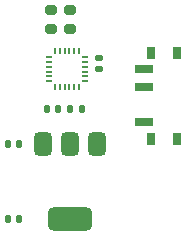
<source format=gbr>
%TF.GenerationSoftware,KiCad,Pcbnew,8.0.5*%
%TF.CreationDate,2024-10-09T16:47:07-04:00*%
%TF.ProjectId,PostureBestICM20948,506f7374-7572-4654-9265-737449434d32,rev?*%
%TF.SameCoordinates,Original*%
%TF.FileFunction,Paste,Top*%
%TF.FilePolarity,Positive*%
%FSLAX46Y46*%
G04 Gerber Fmt 4.6, Leading zero omitted, Abs format (unit mm)*
G04 Created by KiCad (PCBNEW 8.0.5) date 2024-10-09 16:47:07*
%MOMM*%
%LPD*%
G01*
G04 APERTURE LIST*
G04 Aperture macros list*
%AMRoundRect*
0 Rectangle with rounded corners*
0 $1 Rounding radius*
0 $2 $3 $4 $5 $6 $7 $8 $9 X,Y pos of 4 corners*
0 Add a 4 corners polygon primitive as box body*
4,1,4,$2,$3,$4,$5,$6,$7,$8,$9,$2,$3,0*
0 Add four circle primitives for the rounded corners*
1,1,$1+$1,$2,$3*
1,1,$1+$1,$4,$5*
1,1,$1+$1,$6,$7*
1,1,$1+$1,$8,$9*
0 Add four rect primitives between the rounded corners*
20,1,$1+$1,$2,$3,$4,$5,0*
20,1,$1+$1,$4,$5,$6,$7,0*
20,1,$1+$1,$6,$7,$8,$9,0*
20,1,$1+$1,$8,$9,$2,$3,0*%
G04 Aperture macros list end*
%ADD10RoundRect,0.140000X-0.170000X0.140000X-0.170000X-0.140000X0.170000X-0.140000X0.170000X0.140000X0*%
%ADD11RoundRect,0.200000X0.275000X-0.200000X0.275000X0.200000X-0.275000X0.200000X-0.275000X-0.200000X0*%
%ADD12RoundRect,0.140000X0.140000X0.170000X-0.140000X0.170000X-0.140000X-0.170000X0.140000X-0.170000X0*%
%ADD13R,1.500000X0.700000*%
%ADD14R,0.800000X1.000000*%
%ADD15RoundRect,0.140000X-0.140000X-0.170000X0.140000X-0.170000X0.140000X0.170000X-0.140000X0.170000X0*%
%ADD16RoundRect,0.375000X-0.375000X0.625000X-0.375000X-0.625000X0.375000X-0.625000X0.375000X0.625000X0*%
%ADD17RoundRect,0.500000X-1.400000X0.500000X-1.400000X-0.500000X1.400000X-0.500000X1.400000X0.500000X0*%
%ADD18RoundRect,0.050000X-0.225000X-0.050000X0.225000X-0.050000X0.225000X0.050000X-0.225000X0.050000X0*%
%ADD19RoundRect,0.050000X0.050000X-0.225000X0.050000X0.225000X-0.050000X0.225000X-0.050000X-0.225000X0*%
G04 APERTURE END LIST*
D10*
%TO.C,C2*%
X120000000Y-90020000D03*
X120000000Y-90980000D03*
%TD*%
D11*
%TO.C,R2*%
X115900000Y-87625000D03*
X115900000Y-85975000D03*
%TD*%
D12*
%TO.C,C4*%
X113230000Y-97300000D03*
X112270000Y-97300000D03*
%TD*%
D13*
%TO.C,SW1*%
X123750000Y-95500000D03*
X123750000Y-92500000D03*
X123750000Y-91000000D03*
D14*
X124400000Y-96900000D03*
X124400000Y-89600000D03*
X126600000Y-96900000D03*
X126600000Y-89600000D03*
%TD*%
D15*
%TO.C,C3*%
X117540000Y-94400000D03*
X118500000Y-94400000D03*
%TD*%
D12*
%TO.C,C5*%
X116520000Y-94400000D03*
X115560000Y-94400000D03*
%TD*%
D11*
%TO.C,R1*%
X117500000Y-87625000D03*
X117500000Y-85975000D03*
%TD*%
D16*
%TO.C,U2*%
X119800000Y-97350000D03*
X117500000Y-97350000D03*
D17*
X117500000Y-103650000D03*
D16*
X115200000Y-97350000D03*
%TD*%
D18*
%TO.C,U1*%
X115750000Y-90000000D03*
X115750000Y-90400000D03*
X115750000Y-90800000D03*
X115750000Y-91200000D03*
X115750000Y-91600000D03*
X115750000Y-92000000D03*
D19*
X116250000Y-92500000D03*
X116650000Y-92500000D03*
X117050000Y-92500000D03*
X117450000Y-92500000D03*
X117850000Y-92500000D03*
X118250000Y-92500000D03*
D18*
X118750000Y-92000000D03*
X118750000Y-91600000D03*
X118750000Y-91200000D03*
X118750000Y-90800000D03*
X118750000Y-90400000D03*
X118750000Y-90000000D03*
D19*
X118250000Y-89500000D03*
X117850000Y-89500000D03*
X117450000Y-89500000D03*
X117050000Y-89500000D03*
X116650000Y-89500000D03*
X116250000Y-89500000D03*
%TD*%
D12*
%TO.C,C1*%
X113200000Y-103700000D03*
X112240000Y-103700000D03*
%TD*%
M02*

</source>
